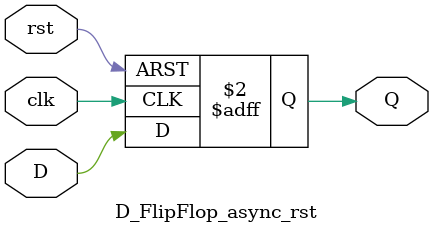
<source format=v>
module D_FlipFlop_async_rst(
  input clk, rst, D,
  output reg Q
);
  always @(posedge clk or posedge rst) begin
    if (rst) 
      Q <= 1'b0;
    else
      Q <= D;
  end 
endmodule

</source>
